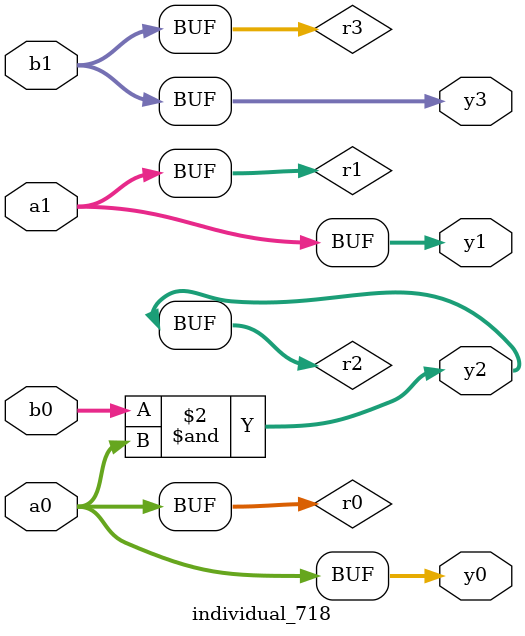
<source format=sv>
module individual_718(input logic [15:0] a1, input logic [15:0] a0, input logic [15:0] b1, input logic [15:0] b0, output logic [15:0] y3, output logic [15:0] y2, output logic [15:0] y1, output logic [15:0] y0);
logic [15:0] r0, r1, r2, r3; 
 always@(*) begin 
	 r0 = a0; r1 = a1; r2 = b0; r3 = b1; 
 	 r2  &=  r0 ;
 	 y3 = r3; y2 = r2; y1 = r1; y0 = r0; 
end
endmodule
</source>
